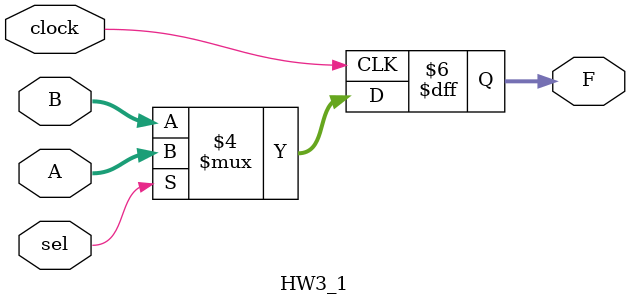
<source format=v>
`timescale 1ns / 1ps


module HW3_1(clock,A,B,F,sel);
    input [31:0]A;
    input [31:0]B;
    input sel;
    input clock;
    output [31:0]F;
    reg [31:0]F;
    always @(posedge clock)begin
        if(sel==1)begin
            F<=A;
        end
        else begin
            F<=B;
        end
    end
    
endmodule

</source>
